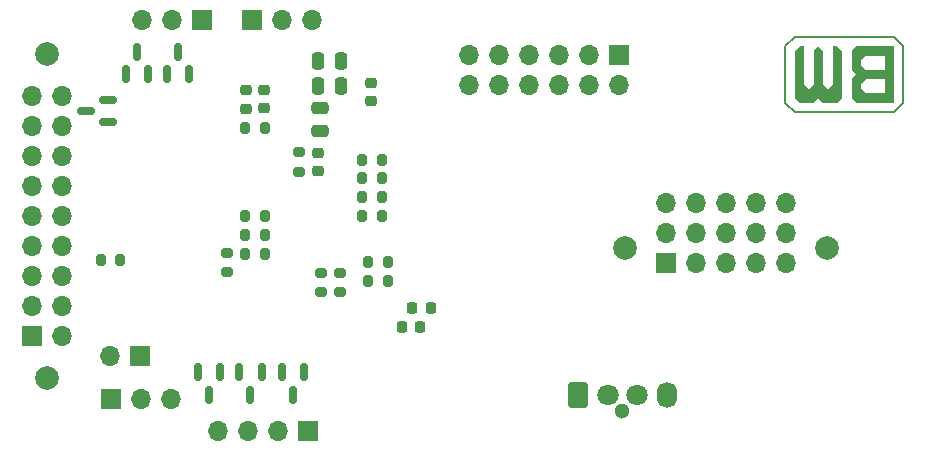
<source format=gbr>
%TF.GenerationSoftware,KiCad,Pcbnew,8.0.5*%
%TF.CreationDate,2025-01-05T11:13:20+01:00*%
%TF.ProjectId,BlockBoxController,426c6f63-6b42-46f7-9843-6f6e74726f6c,rev?*%
%TF.SameCoordinates,Original*%
%TF.FileFunction,Soldermask,Bot*%
%TF.FilePolarity,Negative*%
%FSLAX46Y46*%
G04 Gerber Fmt 4.6, Leading zero omitted, Abs format (unit mm)*
G04 Created by KiCad (PCBNEW 8.0.5) date 2025-01-05 11:13:20*
%MOMM*%
%LPD*%
G01*
G04 APERTURE LIST*
G04 Aperture macros list*
%AMRoundRect*
0 Rectangle with rounded corners*
0 $1 Rounding radius*
0 $2 $3 $4 $5 $6 $7 $8 $9 X,Y pos of 4 corners*
0 Add a 4 corners polygon primitive as box body*
4,1,4,$2,$3,$4,$5,$6,$7,$8,$9,$2,$3,0*
0 Add four circle primitives for the rounded corners*
1,1,$1+$1,$2,$3*
1,1,$1+$1,$4,$5*
1,1,$1+$1,$6,$7*
1,1,$1+$1,$8,$9*
0 Add four rect primitives between the rounded corners*
20,1,$1+$1,$2,$3,$4,$5,0*
20,1,$1+$1,$4,$5,$6,$7,0*
20,1,$1+$1,$6,$7,$8,$9,0*
20,1,$1+$1,$8,$9,$2,$3,0*%
G04 Aperture macros list end*
%ADD10C,0.200000*%
%ADD11C,0.000000*%
%ADD12R,1.700000X1.700000*%
%ADD13O,1.700000X1.700000*%
%ADD14C,2.000000*%
%ADD15RoundRect,0.200000X-0.200000X-0.275000X0.200000X-0.275000X0.200000X0.275000X-0.200000X0.275000X0*%
%ADD16RoundRect,0.200000X0.200000X0.275000X-0.200000X0.275000X-0.200000X-0.275000X0.200000X-0.275000X0*%
%ADD17RoundRect,0.200000X0.275000X-0.200000X0.275000X0.200000X-0.275000X0.200000X-0.275000X-0.200000X0*%
%ADD18RoundRect,0.200000X-0.275000X0.200000X-0.275000X-0.200000X0.275000X-0.200000X0.275000X0.200000X0*%
%ADD19RoundRect,0.150000X-0.150000X0.587500X-0.150000X-0.587500X0.150000X-0.587500X0.150000X0.587500X0*%
%ADD20RoundRect,0.150000X0.587500X0.150000X-0.587500X0.150000X-0.587500X-0.150000X0.587500X-0.150000X0*%
%ADD21RoundRect,0.150000X0.150000X-0.587500X0.150000X0.587500X-0.150000X0.587500X-0.150000X-0.587500X0*%
%ADD22C,1.300000*%
%ADD23RoundRect,0.250000X0.600000X-0.850000X0.600000X0.850000X-0.600000X0.850000X-0.600000X-0.850000X0*%
%ADD24C,1.800000*%
%ADD25O,1.700000X2.200000*%
%ADD26RoundRect,0.225000X0.250000X-0.225000X0.250000X0.225000X-0.250000X0.225000X-0.250000X-0.225000X0*%
%ADD27RoundRect,0.250000X-0.250000X-0.475000X0.250000X-0.475000X0.250000X0.475000X-0.250000X0.475000X0*%
%ADD28RoundRect,0.225000X-0.250000X0.225000X-0.250000X-0.225000X0.250000X-0.225000X0.250000X0.225000X0*%
%ADD29RoundRect,0.225000X0.225000X0.250000X-0.225000X0.250000X-0.225000X-0.250000X0.225000X-0.250000X0*%
%ADD30RoundRect,0.250000X0.475000X-0.250000X0.475000X0.250000X-0.475000X0.250000X-0.475000X-0.250000X0*%
G04 APERTURE END LIST*
D10*
%TO.C,REF\u002A\u002A*%
X186400000Y-84700000D02*
X186400000Y-89500000D01*
X185600000Y-90300000D01*
X177200000Y-90300000D01*
X176400000Y-89500000D01*
X176400000Y-84700000D01*
X177200000Y-83900000D01*
X185600000Y-83900000D01*
X186400000Y-84700000D01*
D11*
G36*
X185600000Y-85500000D02*
G01*
X183200000Y-85500000D01*
X182800000Y-85900000D01*
X182800000Y-86300000D01*
X183200000Y-86700000D01*
X182000000Y-86700000D01*
X182000000Y-85100000D01*
X182400000Y-84700000D01*
X185600000Y-84700000D01*
X185600000Y-85500000D01*
G37*
G36*
X185600000Y-89500000D02*
G01*
X182400000Y-89500000D01*
X182000000Y-89100000D01*
X182000000Y-87900000D01*
X182800000Y-87900000D01*
X182800000Y-88300000D01*
X183200000Y-88700000D01*
X184800000Y-88700000D01*
X184800000Y-87500000D01*
X183200000Y-87500000D01*
X182800000Y-87900000D01*
X182000000Y-87900000D01*
X182000000Y-87500000D01*
X182400000Y-87100000D01*
X182000000Y-86700000D01*
X184800000Y-86700000D01*
X184800000Y-85500000D01*
X185600000Y-85500000D01*
X185600000Y-89500000D01*
G37*
G36*
X178000000Y-87900000D02*
G01*
X178400000Y-88300000D01*
X178800000Y-87900000D01*
X178800000Y-85100000D01*
X179200000Y-84700000D01*
X179600000Y-85100000D01*
X179600000Y-87900000D01*
X180000000Y-88300000D01*
X180400000Y-87900000D01*
X180400000Y-84700000D01*
X180800000Y-84700000D01*
X181200000Y-85100000D01*
X181200000Y-89100000D01*
X180800000Y-89500000D01*
X179600000Y-89500000D01*
X179200000Y-89100000D01*
X178800000Y-89500000D01*
X177600000Y-89500000D01*
X177200000Y-89100000D01*
X177200000Y-85100000D01*
X177600000Y-84700000D01*
X178000000Y-84700000D01*
X178000000Y-87900000D01*
G37*
%TD*%
D12*
%TO.C,J13*%
X166300000Y-103040000D03*
D13*
X166300000Y-100500000D03*
X166300000Y-97960000D03*
X168840000Y-103040000D03*
X168840000Y-100500000D03*
X168840000Y-97960000D03*
X171380000Y-103040000D03*
X171380000Y-100500000D03*
X171380000Y-97960000D03*
X173920000Y-103040000D03*
X173920000Y-100500000D03*
X173920000Y-97960000D03*
X176460000Y-103040000D03*
X176460000Y-100500000D03*
X176460000Y-97960000D03*
%TD*%
%TO.C,J3*%
X115165000Y-88930000D03*
X112625000Y-88930000D03*
X115165000Y-91470000D03*
X112625000Y-91470000D03*
X115165000Y-94010000D03*
X112625000Y-94010000D03*
X115165000Y-96550000D03*
X112625000Y-96550000D03*
X115165000Y-99090000D03*
X112625000Y-99090000D03*
X115165000Y-101630000D03*
X112625000Y-101630000D03*
X115165000Y-104170000D03*
X112625000Y-104170000D03*
X115165000Y-106710000D03*
X112625000Y-106710000D03*
X115165000Y-109250000D03*
D12*
X112625000Y-109250000D03*
%TD*%
D14*
%TO.C,REF\u002A\u002A*%
X179900000Y-101800000D03*
%TD*%
%TO.C,REF\u002A\u002A*%
X162800000Y-101800000D03*
%TD*%
%TO.C,REF\u002A\u002A*%
X113900000Y-85400000D03*
%TD*%
%TO.C,REF\u002A\u002A*%
X113900000Y-112800000D03*
%TD*%
D15*
%TO.C,R23*%
X141075000Y-104600000D03*
X142725000Y-104600000D03*
%TD*%
%TO.C,R22*%
X141075000Y-103000000D03*
X142725000Y-103000000D03*
%TD*%
D16*
%TO.C,R21*%
X130675000Y-100700000D03*
X132325000Y-100700000D03*
%TD*%
%TO.C,R20*%
X132325000Y-99100000D03*
X130675000Y-99100000D03*
%TD*%
%TO.C,R19*%
X132325000Y-102275000D03*
X130675000Y-102275000D03*
%TD*%
D17*
%TO.C,R18*%
X129100000Y-102175000D03*
X129100000Y-103825000D03*
%TD*%
D15*
%TO.C,R17*%
X142225000Y-94300000D03*
X140575000Y-94300000D03*
%TD*%
%TO.C,R16*%
X142225000Y-95900000D03*
X140575000Y-95900000D03*
%TD*%
%TO.C,R15*%
X140575000Y-97500000D03*
X142225000Y-97500000D03*
%TD*%
%TO.C,R14*%
X140575000Y-99100000D03*
X142225000Y-99100000D03*
%TD*%
%TO.C,R10*%
X130675000Y-91600000D03*
X132325000Y-91600000D03*
%TD*%
D18*
%TO.C,R9*%
X137100000Y-103875000D03*
X137100000Y-105525000D03*
%TD*%
%TO.C,R8*%
X138700000Y-103875000D03*
X138700000Y-105525000D03*
%TD*%
D17*
%TO.C,R5*%
X135200000Y-93675000D03*
X135200000Y-95325000D03*
%TD*%
D16*
%TO.C,R3*%
X118450000Y-102800000D03*
X120100000Y-102800000D03*
%TD*%
D19*
%TO.C,Q6*%
X126650000Y-112325000D03*
X128550000Y-112325000D03*
X127600000Y-114200000D03*
%TD*%
%TO.C,Q5*%
X133750000Y-112325000D03*
X135650000Y-112325000D03*
X134700000Y-114200000D03*
%TD*%
%TO.C,Q4*%
X130150000Y-112325000D03*
X132050000Y-112325000D03*
X131100000Y-114200000D03*
%TD*%
D20*
%TO.C,Q3*%
X119037500Y-89250000D03*
X119037500Y-91150000D03*
X117162500Y-90200000D03*
%TD*%
D21*
%TO.C,Q2*%
X122450000Y-87037500D03*
X120550000Y-87037500D03*
X121500000Y-85162500D03*
%TD*%
%TO.C,Q1*%
X125950000Y-87037500D03*
X124050000Y-87037500D03*
X125000000Y-85162500D03*
%TD*%
D22*
%TO.C,J15*%
X162600000Y-115610000D03*
D23*
X158850000Y-114270000D03*
D24*
X161350000Y-114270000D03*
X163850000Y-114270000D03*
D25*
X166350000Y-114270000D03*
%TD*%
D12*
%TO.C,J14*%
X162350000Y-85425000D03*
D13*
X162350000Y-87965000D03*
X159810000Y-85425000D03*
X159810000Y-87965000D03*
X157270000Y-85425000D03*
X157270000Y-87965000D03*
X154730000Y-85425000D03*
X154730000Y-87965000D03*
X152190000Y-85425000D03*
X152190000Y-87965000D03*
X149650000Y-85425000D03*
X149650000Y-87965000D03*
%TD*%
D12*
%TO.C,J12*%
X131200000Y-82500000D03*
D13*
X133740000Y-82500000D03*
X136280000Y-82500000D03*
%TD*%
D12*
%TO.C,J9*%
X119275000Y-114600000D03*
D13*
X121815000Y-114600000D03*
X124355000Y-114600000D03*
%TD*%
D12*
%TO.C,J8*%
X136000000Y-117300000D03*
D13*
X133460000Y-117300000D03*
X130920000Y-117300000D03*
X128380000Y-117300000D03*
%TD*%
D12*
%TO.C,J7*%
X121800000Y-110900000D03*
D13*
X119260000Y-110900000D03*
%TD*%
D12*
%TO.C,J1*%
X127000000Y-82500000D03*
D13*
X124460000Y-82500000D03*
X121920000Y-82500000D03*
%TD*%
D26*
%TO.C,C22*%
X132300000Y-89975000D03*
X132300000Y-88425000D03*
%TD*%
D27*
%TO.C,C20*%
X136850000Y-88100000D03*
X138750000Y-88100000D03*
%TD*%
%TO.C,C19*%
X136850000Y-86000000D03*
X138750000Y-86000000D03*
%TD*%
D28*
%TO.C,C18*%
X136800000Y-95275000D03*
X136800000Y-93725000D03*
%TD*%
%TO.C,C16*%
X130700000Y-88450000D03*
X130700000Y-90000000D03*
%TD*%
D29*
%TO.C,C15*%
X146375000Y-106900000D03*
X144825000Y-106900000D03*
%TD*%
D30*
%TO.C,C9*%
X137000000Y-89950000D03*
X137000000Y-91850000D03*
%TD*%
D29*
%TO.C,C2*%
X145475000Y-108500000D03*
X143925000Y-108500000D03*
%TD*%
D28*
%TO.C,C1*%
X141300000Y-89375000D03*
X141300000Y-87825000D03*
%TD*%
M02*

</source>
